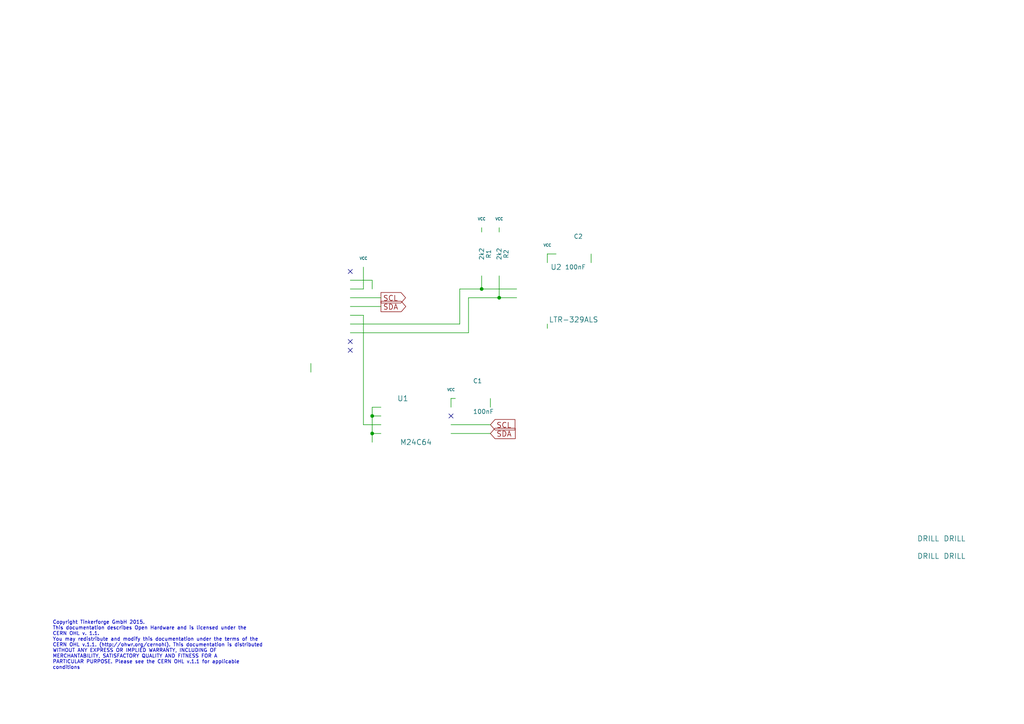
<source format=kicad_sch>
(kicad_sch (version 20230121) (generator eeschema)
  (paper "A4")
  (title_block (title "Ambient Light Bricklet") (date "Do 02 Apr 2015") (rev "2.0") (company "Tinkerforge GmbH") (comment 1 "Licensed under CERN OHL v.1.1") (comment 2 "Copyright (©) 2015, B.Nordmeyer <bastian@tinkerforge.com>"))
  (lib_symbols)
  (junction (at 144.78 86.36))
  (junction (at 107.95 120.65))
  (junction (at 139.7 83.82))
  (junction (at 107.95 125.73))
  (no_connect (at 130.81 120.65))
  (no_connect (at 101.6 99.06))
  (no_connect (at 101.6 78.74))
  (no_connect (at 101.6 101.6))
  (wire (pts (xy 105.41 77.47) (xy 105.41 83.82)))
  (wire (pts (xy 130.81 123.19) (xy 142.24 123.19)))
  (wire (pts (xy 158.75 95.25) (xy 158.75 93.98)))
  (wire (pts (xy 107.95 120.65) (xy 107.95 118.11)))
  (wire (pts (xy 139.7 83.82) (xy 133.35 83.82)))
  (wire (pts (xy 144.78 80.01) (xy 144.78 86.36)))
  (wire (pts (xy 144.78 66.04) (xy 144.78 67.31)))
  (wire (pts (xy 105.41 83.82) (xy 101.6 83.82)))
  (wire (pts (xy 107.95 120.65) (xy 110.49 120.65)))
  (wire (pts (xy 139.7 80.01) (xy 139.7 83.82)))
  (wire (pts (xy 133.35 83.82) (xy 133.35 93.98)))
  (wire (pts (xy 133.35 93.98) (xy 101.6 93.98)))
  (wire (pts (xy 101.6 81.28) (xy 107.95 81.28)))
  (wire (pts (xy 107.95 81.28) (xy 107.95 83.82)))
  (wire (pts (xy 158.75 73.66) (xy 158.75 76.2)))
  (wire (pts (xy 144.78 86.36) (xy 149.86 86.36)))
  (wire (pts (xy 171.45 73.66) (xy 171.45 76.2)))
  (wire (pts (xy 107.95 125.73) (xy 107.95 120.65)))
  (wire (pts (xy 149.86 83.82) (xy 139.7 83.82)))
  (wire (pts (xy 101.6 86.36) (xy 110.49 86.36)))
  (wire (pts (xy 101.6 96.52) (xy 135.89 96.52)))
  (wire (pts (xy 158.75 73.66) (xy 161.29 73.66)))
  (wire (pts (xy 105.41 123.19) (xy 105.41 91.44)))
  (wire (pts (xy 135.89 86.36) (xy 144.78 86.36)))
  (wire (pts (xy 130.81 118.11) (xy 130.81 115.57)))
  (wire (pts (xy 105.41 91.44) (xy 101.6 91.44)))
  (wire (pts (xy 110.49 123.19) (xy 105.41 123.19)))
  (wire (pts (xy 135.89 96.52) (xy 135.89 86.36)))
  (wire (pts (xy 139.7 66.04) (xy 139.7 67.31)))
  (wire (pts (xy 130.81 115.57) (xy 132.08 115.57)))
  (wire (pts (xy 130.81 125.73) (xy 142.24 125.73)))
  (wire (pts (xy 142.24 115.57) (xy 142.24 118.11)))
  (wire (pts (xy 90.17 107.95) (xy 90.17 105.41)))
  (wire (pts (xy 107.95 128.27) (xy 107.95 125.73)))
  (wire (pts (xy 101.6 88.9) (xy 110.49 88.9)))
  (wire (pts (xy 107.95 118.11) (xy 110.49 118.11)))
  (wire (pts (xy 107.95 125.73) (xy 110.49 125.73)))
  (text "Copyright Tinkerforge GmbH 2015.\nThis documentation describes Open Hardware and is licensed under the\nCERN OHL v. 1.1.\nYou may redistribute and modify this documentation under the terms of the\nCERN OHL v.1.1. (http://ohwr.org/cernohl). This documentation is distributed\nWITHOUT ANY EXPRESS OR IMPLIED WARRANTY, INCLUDING OF\nMERCHANTABILITY, SATISFACTORY QUALITY AND FITNESS FOR A\nPARTICULAR PURPOSE. Please see the CERN OHL v.1.1 for applicable\nconditions\n" (at 15.24 194.31 0) (effects (font (size 1.016 1.016)) (justify left bottom)))
  (global_label "SDA" (shape output) (at 110.49 88.9 0) (effects (font (size 1.524 1.524))) (property "Intersheetrefs" "${INTERSHEET_REFS}" (effects hide)))
  (global_label "SCL" (shape output) (at 110.49 86.36 0) (effects (font (size 1.524 1.524))) (property "Intersheetrefs" "${INTERSHEET_REFS}" (effects hide)))
  (global_label "SDA" (shape input) (at 142.24 125.73 0) (effects (font (size 1.524 1.524))) (property "Intersheetrefs" "${INTERSHEET_REFS}" (effects hide)))
  (global_label "SCL" (shape input) (at 142.24 123.19 0) (effects (font (size 1.524 1.524))) (property "Intersheetrefs" "${INTERSHEET_REFS}" (effects hide)))
  (symbol (lib_id "CON-SENSOR") (at 90.17 90.17 0) (mirror y) (unit 1)
    (property "Reference" "P1" (at 96.52 76.2 0) (effects (font (size 1.524 1.524))))
    (property "Value" "CON-SENSOR" (at 86.36 90.17 90) (effects (font (size 1.524 1.524))))
    (property "Footprint" "kicad-libraries:CON-SENSOR" (effects hide))
  )
  (symbol (lib_id "GND") (at 90.17 107.95 0) (unit 1)
    (property "Reference" "#PWR06" (effects hide))
    (property "Value" "GND" (effects hide))
  )
  (symbol (lib_id "GND") (at 107.95 83.82 0) (unit 1)
    (property "Reference" "#PWR05" (effects hide))
    (property "Value" "GND" (effects hide))
  )
  (symbol (lib_id "VCC") (at 105.41 77.47 0) (unit 1)
    (property "Reference" "#PWR04" (effects hide))
    (property "Value" "VCC" (at 105.41 74.93 0) (effects (font (size 0.762 0.762))))
  )
  (symbol (lib_id "CAT24C") (at 120.65 128.27 0) (unit 1)
    (property "Reference" "U1" (at 116.84 115.57 0) (effects (font (size 1.524 1.524))))
    (property "Value" "M24C64" (at 120.65 128.27 0) (effects (font (size 1.524 1.524))))
    (property "Footprint" "kicad-libraries:SOIC8" (effects hide))
  )
  (symbol (lib_id "GND") (at 107.95 128.27 0) (unit 1)
    (property "Reference" "#PWR03" (effects hide))
    (property "Value" "GND" (effects hide))
  )
  (symbol (lib_id "VCC") (at 130.81 115.57 0) (unit 1)
    (property "Reference" "#PWR02" (effects hide))
    (property "Value" "VCC" (at 130.81 113.03 0) (effects (font (size 0.762 0.762))))
  )
  (symbol (lib_id "DRILL") (at 276.86 161.29 0) (unit 1)
    (property "Reference" "U6" (effects hide))
    (property "Value" "DRILL" (at 276.86 161.29 0) (effects (font (size 1.524 1.524))))
    (property "Footprint" "kicad-libraries:DRILL_NP" (effects hide))
  )
  (symbol (lib_id "DRILL") (at 276.86 156.21 0) (unit 1)
    (property "Reference" "U5" (effects hide))
    (property "Value" "DRILL" (at 276.86 156.21 0) (effects (font (size 1.524 1.524))))
    (property "Footprint" "kicad-libraries:DRILL_NP" (effects hide))
  )
  (symbol (lib_id "DRILL") (at 269.24 156.21 0) (unit 1)
    (property "Reference" "U3" (effects hide))
    (property "Value" "DRILL" (at 269.24 156.21 0) (effects (font (size 1.524 1.524))))
    (property "Footprint" "kicad-libraries:DRILL_NP" (effects hide))
  )
  (symbol (lib_id "DRILL") (at 269.24 161.29 0) (unit 1)
    (property "Reference" "U4" (effects hide))
    (property "Value" "DRILL" (at 269.24 161.29 0) (effects (font (size 1.524 1.524))))
    (property "Footprint" "kicad-libraries:DRILL_NP" (effects hide))
  )
  (symbol (lib_id "C") (at 137.16 115.57 270) (unit 1)
    (property "Reference" "C1" (at 137.16 110.49 90) (effects (justify left)))
    (property "Value" "100nF" (at 137.16 119.38 90) (effects (justify left)))
    (property "Footprint" "kicad-libraries:C0603" (effects hide))
  )
  (symbol (lib_id "GND") (at 142.24 118.11 0) (unit 1)
    (property "Reference" "#PWR01" (effects hide))
    (property "Value" "GND" (effects hide))
  )
  (symbol (lib_id "GND") (at 158.75 95.25 0) (unit 1)
    (property "Reference" "#PWR07" (effects hide))
    (property "Value" "GND" (effects hide))
  )
  (symbol (lib_id "VCC") (at 158.75 73.66 0) (unit 1)
    (property "Reference" "#PWR08" (effects hide))
    (property "Value" "VCC" (at 158.75 71.12 0) (effects (font (size 0.762 0.762))))
  )
  (symbol (lib_id "C") (at 166.37 73.66 270) (unit 1)
    (property "Reference" "C2" (at 166.37 68.58 90) (effects (justify left)))
    (property "Value" "100nF" (at 163.83 77.47 90) (effects (justify left)))
    (property "Footprint" "kicad-libraries:C0603" (effects hide))
  )
  (symbol (lib_id "GND") (at 171.45 76.2 0) (unit 1)
    (property "Reference" "#PWR09" (effects hide))
    (property "Value" "GND" (effects hide))
  )
  (symbol (lib_id "R") (at 139.7 73.66 0) (unit 1)
    (property "Reference" "R1" (at 141.732 73.66 90))
    (property "Value" "2k2" (at 139.7 73.66 90))
    (property "Footprint" "kicad-libraries:R0603" (effects hide))
  )
  (symbol (lib_id "R") (at 144.78 73.66 0) (unit 1)
    (property "Reference" "R2" (at 146.812 73.66 90))
    (property "Value" "2k2" (at 144.78 73.66 90))
    (property "Footprint" "kicad-libraries:R0603" (effects hide))
  )
  (symbol (lib_id "VCC") (at 139.7 66.04 0) (unit 1)
    (property "Reference" "#PWR010" (effects hide))
    (property "Value" "VCC" (at 139.7 63.5 0) (effects (font (size 0.762 0.762))))
  )
  (symbol (lib_id "VCC") (at 144.78 66.04 0) (unit 1)
    (property "Reference" "#PWR011" (effects hide))
    (property "Value" "VCC" (at 144.78 63.5 0) (effects (font (size 0.762 0.762))))
  )
  (symbol (lib_id "LTR-329ALS") (at 158.75 85.09 0) (unit 1)
    (property "Reference" "U2" (at 161.29 77.47 0) (effects (font (size 1.524 1.524))))
    (property "Value" "LTR-329ALS" (at 166.37 92.71 0) (effects (font (size 1.524 1.524))))
    (property "Footprint" "kicad-libraries:LTR-329ALS" (effects hide))
  )
)
</source>
